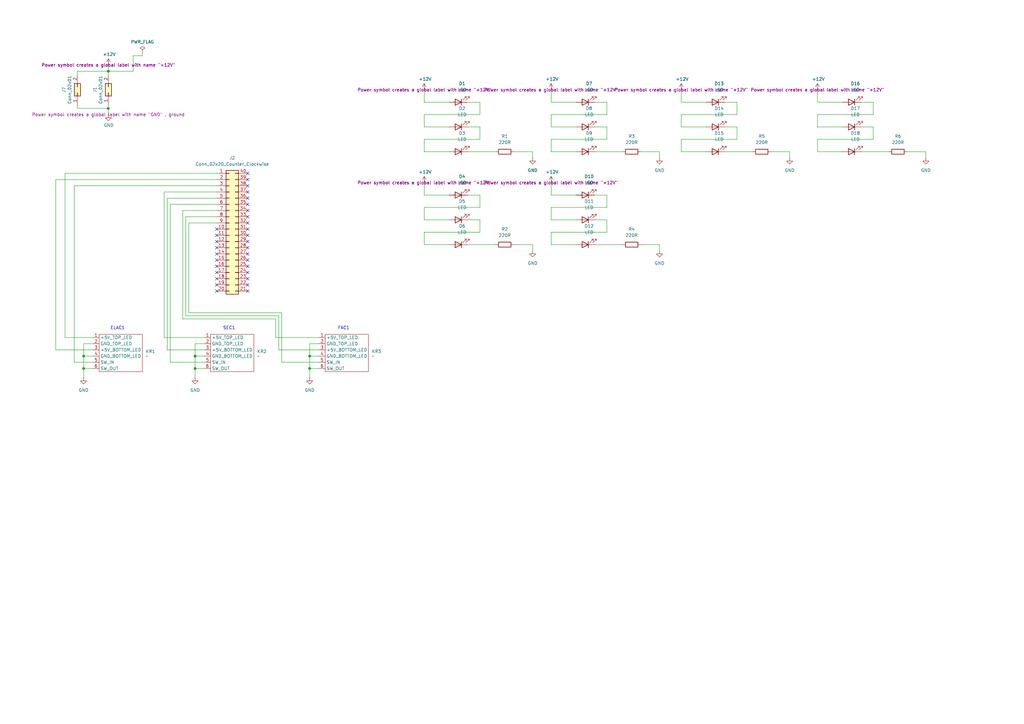
<source format=kicad_sch>
(kicad_sch (version 20250114) (generator "eeschema") (generator_version "9.0")
  (paper "A3")
  (lib_symbols
    (symbol "Connector_Generic:Conn_02x01" (pin_names (offset 1.016) (hide yes))
      (property "Reference" "J" (at 1.27 2.54 0))
      (property "Value" "Conn_02x01" (at 1.27 -2.54 0))
      (symbol "Conn_02x01_1_1"
        (rectangle (start -1.27 1.27) (end 3.81 -1.27) (stroke (width 0.254)) (fill (type background)))
        (rectangle (start -1.27 0.127) (end 0 -0.127) (stroke (width 0.1524)))
        (rectangle (start 3.81 0.127) (end 2.54 -0.127) (stroke (width 0.1524)))
        (pin passive line (at -5.08 0 0) (length 3.81) (name "Pin_1") (number "1"))
        (pin passive line (at 7.62 0 180) (length 3.81) (name "Pin_2") (number "2"))
      )
    )
    (symbol "Connector_Generic:Conn_02x20_Counter_Clockwise" (pin_names (offset 1.016) (hide yes))
      (property "Reference" "J" (at 1.27 25.4 0))
      (property "Value" "Conn_02x20_Counter_Clockwise" (at 1.27 -27.94 0))
      (symbol "Conn_02x20_Counter_Clockwise_1_1"
        (rectangle (start -1.27 24.13) (end 3.81 -26.67) (stroke (width 0.254)) (fill (type background)))
        (rectangle (start -1.27 22.987) (end 0 22.733) (stroke (width 0.1524)))
        (rectangle (start -1.27 20.447) (end 0 20.193) (stroke (width 0.1524)))
        (rectangle (start -1.27 17.907) (end 0 17.653) (stroke (width 0.1524)))
        (rectangle (start -1.27 15.367) (end 0 15.113) (stroke (width 0.1524)))
        (rectangle (start -1.27 12.827) (end 0 12.573) (stroke (width 0.1524)))
        (rectangle (start -1.27 10.287) (end 0 10.033) (stroke (width 0.1524)))
        (rectangle (start -1.27 7.747) (end 0 7.493) (stroke (width 0.1524)))
        (rectangle (start -1.27 5.207) (end 0 4.953) (stroke (width 0.1524)))
        (rectangle (start -1.27 2.667) (end 0 2.413) (stroke (width 0.1524)))
        (rectangle (start -1.27 0.127) (end 0 -0.127) (stroke (width 0.1524)))
        (rectangle (start -1.27 -2.413) (end 0 -2.667) (stroke (width 0.1524)))
        (rectangle (start -1.27 -4.953) (end 0 -5.207) (stroke (width 0.1524)))
        (rectangle (start -1.27 -7.493) (end 0 -7.747) (stroke (width 0.1524)))
        (rectangle (start -1.27 -10.033) (end 0 -10.287) (stroke (width 0.1524)))
        (rectangle (start -1.27 -12.573) (end 0 -12.827) (stroke (width 0.1524)))
        (rectangle (start -1.27 -15.113) (end 0 -15.367) (stroke (width 0.1524)))
        (rectangle (start -1.27 -17.653) (end 0 -17.907) (stroke (width 0.1524)))
        (rectangle (start -1.27 -20.193) (end 0 -20.447) (stroke (width 0.1524)))
        (rectangle (start -1.27 -22.733) (end 0 -22.987) (stroke (width 0.1524)))
        (rectangle (start -1.27 -25.273) (end 0 -25.527) (stroke (width 0.1524)))
        (rectangle (start 3.81 22.987) (end 2.54 22.733) (stroke (width 0.1524)))
        (rectangle (start 3.81 20.447) (end 2.54 20.193) (stroke (width 0.1524)))
        (rectangle (start 3.81 17.907) (end 2.54 17.653) (stroke (width 0.1524)))
        (rectangle (start 3.81 15.367) (end 2.54 15.113) (stroke (width 0.1524)))
        (rectangle (start 3.81 12.827) (end 2.54 12.573) (stroke (width 0.1524)))
        (rectangle (start 3.81 10.287) (end 2.54 10.033) (stroke (width 0.1524)))
        (rectangle (start 3.81 7.747) (end 2.54 7.493) (stroke (width 0.1524)))
        (rectangle (start 3.81 5.207) (end 2.54 4.953) (stroke (width 0.1524)))
        (rectangle (start 3.81 2.667) (end 2.54 2.413) (stroke (width 0.1524)))
        (rectangle (start 3.81 0.127) (end 2.54 -0.127) (stroke (width 0.1524)))
        (rectangle (start 3.81 -2.413) (end 2.54 -2.667) (stroke (width 0.1524)))
        (rectangle (start 3.81 -4.953) (end 2.54 -5.207) (stroke (width 0.1524)))
        (rectangle (start 3.81 -7.493) (end 2.54 -7.747) (stroke (width 0.1524)))
        (rectangle (start 3.81 -10.033) (end 2.54 -10.287) (stroke (width 0.1524)))
        (rectangle (start 3.81 -12.573) (end 2.54 -12.827) (stroke (width 0.1524)))
        (rectangle (start 3.81 -15.113) (end 2.54 -15.367) (stroke (width 0.1524)))
        (rectangle (start 3.81 -17.653) (end 2.54 -17.907) (stroke (width 0.1524)))
        (rectangle (start 3.81 -20.193) (end 2.54 -20.447) (stroke (width 0.1524)))
        (rectangle (start 3.81 -22.733) (end 2.54 -22.987) (stroke (width 0.1524)))
        (rectangle (start 3.81 -25.273) (end 2.54 -25.527) (stroke (width 0.1524)))
        (pin passive line (at -5.08 22.86 0) (length 3.81) (name "Pin_1") (number "1"))
        (pin passive line (at -5.08 20.32 0) (length 3.81) (name "Pin_2") (number "2"))
        (pin passive line (at -5.08 17.78 0) (length 3.81) (name "Pin_3") (number "3"))
        (pin passive line (at -5.08 15.24 0) (length 3.81) (name "Pin_4") (number "4"))
        (pin passive line (at -5.08 12.7 0) (length 3.81) (name "Pin_5") (number "5"))
        (pin passive line (at -5.08 10.16 0) (length 3.81) (name "Pin_6") (number "6"))
        (pin passive line (at -5.08 7.62 0) (length 3.81) (name "Pin_7") (number "7"))
        (pin passive line (at -5.08 5.08 0) (length 3.81) (name "Pin_8") (number "8"))
        (pin passive line (at -5.08 2.54 0) (length 3.81) (name "Pin_9") (number "9"))
        (pin passive line (at -5.08 0 0) (length 3.81) (name "Pin_10") (number "10"))
        (pin passive line (at -5.08 -2.54 0) (length 3.81) (name "Pin_11") (number "11"))
        (pin passive line (at -5.08 -5.08 0) (length 3.81) (name "Pin_12") (number "12"))
        (pin passive line (at -5.08 -7.62 0) (length 3.81) (name "Pin_13") (number "13"))
        (pin passive line (at -5.08 -10.16 0) (length 3.81) (name "Pin_14") (number "14"))
        (pin passive line (at -5.08 -12.7 0) (length 3.81) (name "Pin_15") (number "15"))
        (pin passive line (at -5.08 -15.24 0) (length 3.81) (name "Pin_16") (number "16"))
        (pin passive line (at -5.08 -17.78 0) (length 3.81) (name "Pin_17") (number "17"))
        (pin passive line (at -5.08 -20.32 0) (length 3.81) (name "Pin_18") (number "18"))
        (pin passive line (at -5.08 -22.86 0) (length 3.81) (name "Pin_19") (number "19"))
        (pin passive line (at -5.08 -25.4 0) (length 3.81) (name "Pin_20") (number "20"))
        (pin passive line (at 7.62 22.86 180) (length 3.81) (name "Pin_40") (number "40"))
        (pin passive line (at 7.62 20.32 180) (length 3.81) (name "Pin_39") (number "39"))
        (pin passive line (at 7.62 17.78 180) (length 3.81) (name "Pin_38") (number "38"))
        (pin passive line (at 7.62 15.24 180) (length 3.81) (name "Pin_37") (number "37"))
        (pin passive line (at 7.62 12.7 180) (length 3.81) (name "Pin_36") (number "36"))
        (pin passive line (at 7.62 10.16 180) (length 3.81) (name "Pin_35") (number "35"))
        (pin passive line (at 7.62 7.62 180) (length 3.81) (name "Pin_34") (number "34"))
        (pin passive line (at 7.62 5.08 180) (length 3.81) (name "Pin_33") (number "33"))
        (pin passive line (at 7.62 2.54 180) (length 3.81) (name "Pin_32") (number "32"))
        (pin passive line (at 7.62 0 180) (length 3.81) (name "Pin_31") (number "31"))
        (pin passive line (at 7.62 -2.54 180) (length 3.81) (name "Pin_30") (number "30"))
        (pin passive line (at 7.62 -5.08 180) (length 3.81) (name "Pin_29") (number "29"))
        (pin passive line (at 7.62 -7.62 180) (length 3.81) (name "Pin_28") (number "28"))
        (pin passive line (at 7.62 -10.16 180) (length 3.81) (name "Pin_27") (number "27"))
        (pin passive line (at 7.62 -12.7 180) (length 3.81) (name "Pin_26") (number "26"))
        (pin passive line (at 7.62 -15.24 180) (length 3.81) (name "Pin_25") (number "25"))
        (pin passive line (at 7.62 -17.78 180) (length 3.81) (name "Pin_24") (number "24"))
        (pin passive line (at 7.62 -20.32 180) (length 3.81) (name "Pin_23") (number "23"))
        (pin passive line (at 7.62 -22.86 180) (length 3.81) (name "Pin_22") (number "22"))
        (pin passive line (at 7.62 -25.4 180) (length 3.81) (name "Pin_21") (number "21"))
      )
    )
    (symbol "Device:LED" (pin_numbers (hide yes)) (pin_names (offset 1.016) (hide yes))
      (property "Reference" "D" (at 0 2.54 0))
      (property "Value" "LED" (at 0 -2.54 0))
      (symbol "LED_0_1"
        (polyline (pts (xy -3.048 -0.762) (xy -4.572 -2.286) (xy -3.81 -2.286) (xy -4.572 -2.286) (xy -4.572 -1.524)))
        (polyline (pts (xy -1.778 -0.762) (xy -3.302 -2.286) (xy -2.54 -2.286) (xy -3.302 -2.286) (xy -3.302 -1.524)))
        (polyline (pts (xy -1.27 0) (xy 1.27 0)))
        (polyline (pts (xy -1.27 -1.27) (xy -1.27 1.27)) (stroke (width 0.254)))
        (polyline (pts (xy 1.27 -1.27) (xy 1.27 1.27) (xy -1.27 0) (xy 1.27 -1.27)) (stroke (width 0.254)))
      )
      (symbol "LED_1_1"
        (pin passive line (at -3.81 0 0) (length 2.54) (name "K") (number "1"))
        (pin passive line (at 3.81 0 180) (length 2.54) (name "A") (number "2"))
      )
    )
    (symbol "Device:R" (pin_numbers (hide yes)) (pin_names (offset 0))
      (property "Reference" "R" (at 2.032 0 90))
      (property "Value" "R" (at 0 0 90))
      (symbol "R_0_1"
        (rectangle (start -1.016 -2.54) (end 1.016 2.54) (stroke (width 0.254)))
      )
      (symbol "R_1_1"
        (pin passive line (at 0 3.81 270) (length 1.27) (name "~") (number "1"))
        (pin passive line (at 0 -3.81 90) (length 1.27) (name "~") (number "2"))
      )
    )
    (symbol "KorrySwitch:Korry_Switch"
      (property "Reference" "KR" (at 12.7 -8.89 0))
      (symbol "Korry_Switch_0_1"
        (rectangle (start -7.62 -1.27) (end 10.16 -16.51))
      )
      (symbol "Korry_Switch_1_1"
        (pin input line (at -10.16 -2.54 0) (length 2.54) (name "+5V_TOP_LED") (number "1"))
        (pin input line (at -10.16 -5.08 0) (length 2.54) (name "GND_TOP_LED") (number "2"))
        (pin input line (at -10.16 -7.62 0) (length 2.54) (name "+5V_BOTTOM_LED") (number "3"))
        (pin input line (at -10.16 -10.16 0) (length 2.54) (name "GND_BOTTOM_LED") (number "4"))
        (pin input line (at -10.16 -12.7 0) (length 2.54) (name "SW_IN") (number "5"))
        (pin output line (at -10.16 -15.24 0) (length 2.54) (name "SW_OUT") (number "6"))
      )
    )
    (symbol "power:+12V" (power) (pin_numbers (hide yes)) (pin_names (offset 0) (hide yes))
      (property "Value" "+12V" (at 0 3.556 0))
      (symbol "+12V_0_1"
        (polyline (pts (xy -0.762 1.27) (xy 0 2.54)))
        (polyline (pts (xy 0 2.54) (xy 0.762 1.27)))
        (polyline (pts (xy 0 0) (xy 0 2.54)))
      )
      (symbol "+12V_1_1"
        (pin power_in line (at 0 0 90) (length 0) (name "~") (number "1"))
      )
    )
    (symbol "power:GND" (power) (pin_numbers (hide yes)) (pin_names (offset 0) (hide yes))
      (property "Value" "GND" (at 0 -3.81 0))
      (symbol "GND_0_1"
        (polyline (pts (xy 0 0) (xy 0 -1.27) (xy 1.27 -1.27) (xy 0 -2.54) (xy -1.27 -1.27) (xy 0 -1.27)))
      )
      (symbol "GND_1_1"
        (pin power_in line (at 0 0 270) (length 0) (name "~") (number "1"))
      )
    )
    (symbol "power:PWR_FLAG" (power) (pin_numbers (hide yes)) (pin_names (offset 0) (hide yes))
      (property "Value" "PWR_FLAG" (at 0 3.81 0))
      (symbol "PWR_FLAG_0_0"
        (pin power_out line (at 0 0 90) (length 0) (name "~") (number "1"))
      )
      (symbol "PWR_FLAG_0_1"
        (polyline (pts (xy 0 0) (xy 0 1.27) (xy -1.016 1.905) (xy 0 2.54) (xy 1.016 1.905) (xy 0 1.27)))
      )
    )
  )
  (text "SEC1" (at 93.98 134.62 0) (effects (font (size 1.27 1.27))))
  (text "ELAC1\n" (at 48.26 134.62 0) (effects (font (size 1.27 1.27))))
  (text "FAC1" (at 140.97 134.62 0) (effects (font (size 1.27 1.27))))
  (junction (at 34.29 146.05))
  (junction (at 127 146.05))
  (junction (at 34.29 151.13))
  (junction (at 80.01 146.05))
  (junction (at 44.45 44.45))
  (junction (at 44.45 29.21))
  (junction (at 80.01 151.13))
  (junction (at 127 151.13))
  (no_connect (at 88.9 119.38))
  (no_connect (at 101.6 83.82))
  (no_connect (at 88.9 101.6))
  (no_connect (at 101.6 111.76))
  (no_connect (at 88.9 106.68))
  (no_connect (at 101.6 91.44))
  (no_connect (at 101.6 73.66))
  (no_connect (at 101.6 81.28))
  (no_connect (at 88.9 111.76))
  (no_connect (at 88.9 99.06))
  (no_connect (at 101.6 86.36))
  (no_connect (at 88.9 116.84))
  (no_connect (at 101.6 76.2))
  (no_connect (at 101.6 96.52))
  (no_connect (at 88.9 109.22))
  (no_connect (at 101.6 93.98))
  (no_connect (at 88.9 96.52))
  (no_connect (at 101.6 116.84))
  (no_connect (at 101.6 88.9))
  (no_connect (at 101.6 114.3))
  (no_connect (at 101.6 78.74))
  (no_connect (at 88.9 114.3))
  (no_connect (at 101.6 71.12))
  (no_connect (at 101.6 109.22))
  (no_connect (at 101.6 106.68))
  (no_connect (at 88.9 104.14))
  (no_connect (at 101.6 119.38))
  (no_connect (at 88.9 93.98))
  (no_connect (at 101.6 101.6))
  (no_connect (at 101.6 104.14))
  (no_connect (at 101.6 99.06))
  (wire (pts (xy 68.58 143.51) (xy 68.58 81.28)))
  (wire (pts (xy 248.92 41.91) (xy 243.84 41.91)))
  (wire (pts (xy 31.75 30.48) (xy 31.75 29.21)))
  (wire (pts (xy 191.77 62.23) (xy 203.2 62.23)))
  (wire (pts (xy 34.29 151.13) (xy 38.1 151.13)))
  (wire (pts (xy 248.92 57.15) (xy 248.92 52.07)))
  (wire (pts (xy 248.92 85.09) (xy 248.92 80.01)))
  (wire (pts (xy 44.45 44.45) (xy 44.45 46.99)))
  (wire (pts (xy 243.84 62.23) (xy 255.27 62.23)))
  (wire (pts (xy 173.99 52.07) (xy 173.99 46.99)))
  (wire (pts (xy 34.29 140.97) (xy 38.1 140.97)))
  (wire (pts (xy 335.28 46.99) (xy 358.14 46.99)))
  (wire (pts (xy 80.01 140.97) (xy 83.82 140.97)))
  (wire (pts (xy 302.26 52.07) (xy 297.18 52.07)))
  (wire (pts (xy 173.99 41.91) (xy 184.15 41.91)))
  (wire (pts (xy 196.85 85.09) (xy 196.85 80.01)))
  (wire (pts (xy 74.93 86.36) (xy 88.9 86.36)))
  (wire (pts (xy 38.1 138.43) (xy 26.67 138.43)))
  (wire (pts (xy 196.85 46.99) (xy 196.85 41.91)))
  (wire (pts (xy 226.06 52.07) (xy 226.06 46.99)))
  (wire (pts (xy 236.22 100.33) (xy 226.06 100.33)))
  (wire (pts (xy 248.92 52.07) (xy 243.84 52.07)))
  (wire (pts (xy 279.4 62.23) (xy 279.4 57.15)))
  (wire (pts (xy 68.58 81.28) (xy 88.9 81.28)))
  (wire (pts (xy 113.03 130.81) (xy 74.93 130.81)))
  (wire (pts (xy 196.85 57.15) (xy 196.85 52.07)))
  (wire (pts (xy 236.22 90.17) (xy 226.06 90.17)))
  (wire (pts (xy 77.47 128.27) (xy 77.47 91.44)))
  (wire (pts (xy 358.14 41.91) (xy 353.06 41.91)))
  (wire (pts (xy 130.81 148.59) (xy 115.57 148.59)))
  (wire (pts (xy 236.22 62.23) (xy 226.06 62.23)))
  (wire (pts (xy 297.18 62.23) (xy 308.61 62.23)))
  (wire (pts (xy 83.82 148.59) (xy 69.85 148.59)))
  (wire (pts (xy 226.06 80.01) (xy 236.22 80.01)))
  (wire (pts (xy 115.57 128.27) (xy 77.47 128.27)))
  (wire (pts (xy 270.51 62.23) (xy 270.51 64.77)))
  (wire (pts (xy 379.73 62.23) (xy 379.73 64.77)))
  (wire (pts (xy 248.92 80.01) (xy 243.84 80.01)))
  (wire (pts (xy 76.2 88.9) (xy 88.9 88.9)))
  (wire (pts (xy 302.26 46.99) (xy 302.26 41.91)))
  (wire (pts (xy 184.15 62.23) (xy 173.99 62.23)))
  (wire (pts (xy 173.99 62.23) (xy 173.99 57.15)))
  (wire (pts (xy 226.06 36.83) (xy 226.06 41.91)))
  (wire (pts (xy 279.4 41.91) (xy 289.56 41.91)))
  (wire (pts (xy 196.85 52.07) (xy 191.77 52.07)))
  (wire (pts (xy 80.01 151.13) (xy 80.01 146.05)))
  (wire (pts (xy 196.85 80.01) (xy 191.77 80.01)))
  (wire (pts (xy 80.01 146.05) (xy 83.82 146.05)))
  (wire (pts (xy 173.99 100.33) (xy 173.99 95.25)))
  (wire (pts (xy 226.06 62.23) (xy 226.06 57.15)))
  (wire (pts (xy 44.45 29.21) (xy 44.45 30.48)))
  (wire (pts (xy 173.99 90.17) (xy 173.99 85.09)))
  (wire (pts (xy 323.85 62.23) (xy 323.85 64.77)))
  (wire (pts (xy 127 146.05) (xy 127 140.97)))
  (wire (pts (xy 279.4 57.15) (xy 302.26 57.15)))
  (wire (pts (xy 372.11 62.23) (xy 379.73 62.23)))
  (wire (pts (xy 127 154.94) (xy 127 151.13)))
  (wire (pts (xy 226.06 41.91) (xy 236.22 41.91)))
  (wire (pts (xy 44.45 26.67) (xy 44.45 29.21)))
  (wire (pts (xy 196.85 95.25) (xy 196.85 90.17)))
  (wire (pts (xy 67.31 78.74) (xy 88.9 78.74)))
  (wire (pts (xy 184.15 90.17) (xy 173.99 90.17)))
  (wire (pts (xy 196.85 90.17) (xy 191.77 90.17)))
  (wire (pts (xy 173.99 95.25) (xy 196.85 95.25)))
  (wire (pts (xy 44.45 43.18) (xy 44.45 44.45)))
  (wire (pts (xy 302.26 57.15) (xy 302.26 52.07)))
  (wire (pts (xy 270.51 100.33) (xy 270.51 102.87)))
  (wire (pts (xy 316.23 62.23) (xy 323.85 62.23)))
  (wire (pts (xy 358.14 57.15) (xy 358.14 52.07)))
  (wire (pts (xy 345.44 52.07) (xy 335.28 52.07)))
  (wire (pts (xy 30.48 148.59) (xy 30.48 76.2)))
  (wire (pts (xy 31.75 44.45) (xy 44.45 44.45)))
  (wire (pts (xy 226.06 85.09) (xy 248.92 85.09)))
  (wire (pts (xy 262.89 100.33) (xy 270.51 100.33)))
  (wire (pts (xy 345.44 62.23) (xy 335.28 62.23)))
  (wire (pts (xy 218.44 100.33) (xy 218.44 102.87)))
  (wire (pts (xy 335.28 36.83) (xy 335.28 41.91)))
  (wire (pts (xy 226.06 95.25) (xy 248.92 95.25)))
  (wire (pts (xy 80.01 151.13) (xy 83.82 151.13)))
  (wire (pts (xy 113.03 138.43) (xy 113.03 130.81)))
  (wire (pts (xy 34.29 146.05) (xy 34.29 140.97)))
  (wire (pts (xy 58.42 22.86) (xy 58.42 21.59)))
  (wire (pts (xy 69.85 148.59) (xy 69.85 83.82)))
  (wire (pts (xy 31.75 29.21) (xy 44.45 29.21)))
  (wire (pts (xy 173.99 36.83) (xy 173.99 41.91)))
  (wire (pts (xy 38.1 148.59) (xy 30.48 148.59)))
  (wire (pts (xy 69.85 83.82) (xy 88.9 83.82)))
  (wire (pts (xy 80.01 146.05) (xy 80.01 140.97)))
  (wire (pts (xy 184.15 100.33) (xy 173.99 100.33)))
  (wire (pts (xy 173.99 74.93) (xy 173.99 80.01)))
  (wire (pts (xy 289.56 62.23) (xy 279.4 62.23)))
  (wire (pts (xy 127 151.13) (xy 130.81 151.13)))
  (wire (pts (xy 191.77 100.33) (xy 203.2 100.33)))
  (wire (pts (xy 127 146.05) (xy 130.81 146.05)))
  (wire (pts (xy 302.26 41.91) (xy 297.18 41.91)))
  (wire (pts (xy 114.3 129.54) (xy 114.3 143.51)))
  (wire (pts (xy 210.82 62.23) (xy 218.44 62.23)))
  (wire (pts (xy 22.86 143.51) (xy 22.86 73.66)))
  (wire (pts (xy 83.82 138.43) (xy 67.31 138.43)))
  (wire (pts (xy 22.86 73.66) (xy 88.9 73.66)))
  (wire (pts (xy 30.48 76.2) (xy 88.9 76.2)))
  (wire (pts (xy 34.29 151.13) (xy 34.29 146.05)))
  (wire (pts (xy 210.82 100.33) (xy 218.44 100.33)))
  (wire (pts (xy 173.99 57.15) (xy 196.85 57.15)))
  (wire (pts (xy 44.45 29.21) (xy 54.61 29.21)))
  (wire (pts (xy 83.82 143.51) (xy 68.58 143.51)))
  (wire (pts (xy 279.4 36.83) (xy 279.4 41.91)))
  (wire (pts (xy 67.31 138.43) (xy 67.31 78.74)))
  (wire (pts (xy 226.06 46.99) (xy 248.92 46.99)))
  (wire (pts (xy 34.29 154.94) (xy 34.29 151.13)))
  (wire (pts (xy 74.93 130.81) (xy 74.93 86.36)))
  (wire (pts (xy 226.06 74.93) (xy 226.06 80.01)))
  (wire (pts (xy 31.75 43.18) (xy 31.75 44.45)))
  (wire (pts (xy 173.99 46.99) (xy 196.85 46.99)))
  (wire (pts (xy 248.92 95.25) (xy 248.92 90.17)))
  (wire (pts (xy 173.99 85.09) (xy 196.85 85.09)))
  (wire (pts (xy 335.28 62.23) (xy 335.28 57.15)))
  (wire (pts (xy 114.3 143.51) (xy 130.81 143.51)))
  (wire (pts (xy 226.06 57.15) (xy 248.92 57.15)))
  (wire (pts (xy 279.4 52.07) (xy 279.4 46.99)))
  (wire (pts (xy 34.29 146.05) (xy 38.1 146.05)))
  (wire (pts (xy 77.47 91.44) (xy 88.9 91.44)))
  (wire (pts (xy 243.84 100.33) (xy 255.27 100.33)))
  (wire (pts (xy 54.61 22.86) (xy 58.42 22.86)))
  (wire (pts (xy 226.06 90.17) (xy 226.06 85.09)))
  (wire (pts (xy 80.01 154.94) (xy 80.01 151.13)))
  (wire (pts (xy 335.28 57.15) (xy 358.14 57.15)))
  (wire (pts (xy 76.2 129.54) (xy 114.3 129.54)))
  (wire (pts (xy 218.44 62.23) (xy 218.44 64.77)))
  (wire (pts (xy 127 151.13) (xy 127 146.05)))
  (wire (pts (xy 127 140.97) (xy 130.81 140.97)))
  (wire (pts (xy 184.15 52.07) (xy 173.99 52.07)))
  (wire (pts (xy 248.92 90.17) (xy 243.84 90.17)))
  (wire (pts (xy 248.92 46.99) (xy 248.92 41.91)))
  (wire (pts (xy 236.22 52.07) (xy 226.06 52.07)))
  (wire (pts (xy 335.28 52.07) (xy 335.28 46.99)))
  (wire (pts (xy 279.4 46.99) (xy 302.26 46.99)))
  (wire (pts (xy 358.14 52.07) (xy 353.06 52.07)))
  (wire (pts (xy 173.99 80.01) (xy 184.15 80.01)))
  (wire (pts (xy 26.67 71.12) (xy 88.9 71.12)))
  (wire (pts (xy 262.89 62.23) (xy 270.51 62.23)))
  (wire (pts (xy 196.85 41.91) (xy 191.77 41.91)))
  (wire (pts (xy 130.81 138.43) (xy 113.03 138.43)))
  (wire (pts (xy 38.1 143.51) (xy 22.86 143.51)))
  (wire (pts (xy 26.67 138.43) (xy 26.67 71.12)))
  (wire (pts (xy 335.28 41.91) (xy 345.44 41.91)))
  (wire (pts (xy 353.06 62.23) (xy 364.49 62.23)))
  (wire (pts (xy 76.2 88.9) (xy 76.2 129.54)))
  (wire (pts (xy 115.57 148.59) (xy 115.57 128.27)))
  (wire (pts (xy 358.14 46.99) (xy 358.14 41.91)))
  (wire (pts (xy 54.61 29.21) (xy 54.61 22.86)))
  (wire (pts (xy 289.56 52.07) (xy 279.4 52.07)))
  (wire (pts (xy 226.06 100.33) (xy 226.06 95.25)))
  (symbol (lib_id "Connector_Generic:Conn_02x01") (at 44.45 38.1 90) (unit 1)
    (property "Reference" "J1" (at 38.9382 36.83 0))
    (property "Value" "Conn_02x01" (at 41.2496 36.83 0))
    (property "Footprint" "TerminalBlock:TerminalBlock_bornier-2_P5.08mm" (effects (hide yes)))
    (property "Description" "Generic connector, double row, 02x01, this symbol is compatible with counter-clockwise, top-bottom and odd-even numbering schemes., script generated (kicad-library-utils/schlib/autogen/connector/)" (effects (hide yes)))
  )
  (symbol (lib_id "power:GND") (at 44.45 46.99 0) (unit 1)
    (property "Reference" "#PWR03" (effects (hide yes)))
    (property "Value" "GND" (at 44.577 51.3842 0))
    (property "Description" "Power symbol creates a global label with name \"GND\" , ground" (at 44.45 46.99 0))
  )
  (symbol (lib_id "power:+12V") (at 44.45 26.67 0) (unit 1)
    (property "Reference" "#PWR02" (effects (hide yes)))
    (property "Value" "+12V" (at 44.831 22.2758 0))
    (property "Description" "Power symbol creates a global label with name \"+12V\"" (at 44.45 26.67 0))
  )
  (symbol (lib_id "power:PWR_FLAG") (at 58.42 21.59 0) (unit 1)
    (property "Reference" "#FLG01" (effects (hide yes)))
    (property "Value" "PWR_FLAG" (at 58.42 17.1958 0))
  )
  (symbol (lib_id "power:+12V") (at 226.06 36.83 0) (unit 1)
    (property "Reference" "#PWR010" (effects (hide yes)))
    (property "Value" "+12V" (at 226.441 32.4358 0))
    (property "Description" "Power symbol creates a global label with name \"+12V\"" (at 226.06 36.83 0))
  )
  (symbol (lib_id "Device:LED") (at 187.96 90.17 180) (unit 1)
    (property "Reference" "D5" (at 189.5475 82.55 0))
    (property "Value" "LED" (at 189.5475 85.09 0))
    (property "Footprint" "OpenA3XX:LED_Everlight-SMD3528_3.5x2.8mm_67-21ST" (effects (hide yes)))
    (property "Description" "Light emitting diode" (effects (hide yes)))
    (property "Sim.Pins" "1=K 2=A" (effects (hide yes)))
  )
  (symbol (lib_id "Device:LED") (at 349.25 62.23 180) (unit 1)
    (property "Reference" "D18" (at 350.8375 54.61 0))
    (property "Value" "LED" (at 350.8375 57.15 0))
    (property "Footprint" "OpenA3XX:LED_Everlight-SMD3528_3.5x2.8mm_67-21ST" (effects (hide yes)))
    (property "Description" "Light emitting diode" (effects (hide yes)))
    (property "Sim.Pins" "1=K 2=A" (effects (hide yes)))
  )
  (symbol (lib_id "Device:LED") (at 187.96 100.33 180) (unit 1)
    (property "Reference" "D6" (at 189.5475 92.71 0))
    (property "Value" "LED" (at 189.5475 95.25 0))
    (property "Footprint" "OpenA3XX:LED_Everlight-SMD3528_3.5x2.8mm_67-21ST" (effects (hide yes)))
    (property "Description" "Light emitting diode" (effects (hide yes)))
    (property "Sim.Pins" "1=K 2=A" (effects (hide yes)))
  )
  (symbol (lib_id "Device:LED") (at 293.37 52.07 180) (unit 1)
    (property "Reference" "D14" (at 294.9575 44.45 0))
    (property "Value" "LED" (at 294.9575 46.99 0))
    (property "Footprint" "OpenA3XX:LED_Everlight-SMD3528_3.5x2.8mm_67-21ST" (effects (hide yes)))
    (property "Description" "Light emitting diode" (effects (hide yes)))
    (property "Sim.Pins" "1=K 2=A" (effects (hide yes)))
  )
  (symbol (lib_id "Device:R") (at 207.01 62.23 90) (unit 1)
    (property "Reference" "R1" (at 207.01 55.88 90))
    (property "Value" "220R" (at 207.01 58.42 90))
    (property "Footprint" "Resistor_SMD:R_1206_3216Metric_Pad1.30x1.75mm_HandSolder" (effects (hide yes)))
    (property "Description" "Resistor" (effects (hide yes)))
  )
  (symbol (lib_id "Device:LED") (at 349.25 52.07 180) (unit 1)
    (property "Reference" "D17" (at 350.8375 44.45 0))
    (property "Value" "LED" (at 350.8375 46.99 0))
    (property "Footprint" "OpenA3XX:LED_Everlight-SMD3528_3.5x2.8mm_67-21ST" (effects (hide yes)))
    (property "Description" "Light emitting diode" (effects (hide yes)))
    (property "Sim.Pins" "1=K 2=A" (effects (hide yes)))
  )
  (symbol (lib_id "power:+12V") (at 335.28 36.83 0) (unit 1)
    (property "Reference" "#PWR016" (effects (hide yes)))
    (property "Value" "+12V" (at 335.661 32.4358 0))
    (property "Description" "Power symbol creates a global label with name \"+12V\"" (at 335.28 36.83 0))
  )
  (symbol (lib_id "power:GND") (at 127 154.94 0) (unit 1)
    (property "Reference" "#PWR05" (effects (hide yes)))
    (property "Value" "GND" (at 127 160.02 0))
    (property "Description" "Power symbol creates a global label with name \"GND\" , ground" (effects (hide yes)))
  )
  (symbol (lib_id "Device:LED") (at 293.37 62.23 180) (unit 1)
    (property "Reference" "D15" (at 294.9575 54.61 0))
    (property "Value" "LED" (at 294.9575 57.15 0))
    (property "Footprint" "OpenA3XX:LED_Everlight-SMD3528_3.5x2.8mm_67-21ST" (effects (hide yes)))
    (property "Description" "Light emitting diode" (effects (hide yes)))
    (property "Sim.Pins" "1=K 2=A" (effects (hide yes)))
  )
  (symbol (lib_id "Device:LED") (at 240.03 41.91 180) (unit 1)
    (property "Reference" "D7" (at 241.6175 34.29 0))
    (property "Value" "LED" (at 241.6175 36.83 0))
    (property "Footprint" "OpenA3XX:LED_Everlight-SMD3528_3.5x2.8mm_67-21ST" (effects (hide yes)))
    (property "Description" "Light emitting diode" (effects (hide yes)))
    (property "Sim.Pins" "1=K 2=A" (effects (hide yes)))
  )
  (symbol (lib_id "power:GND") (at 218.44 102.87 0) (unit 1)
    (property "Reference" "#PWR09" (effects (hide yes)))
    (property "Value" "GND" (at 218.44 107.95 0))
    (property "Description" "Power symbol creates a global label with name \"GND\" , ground" (effects (hide yes)))
  )
  (symbol (lib_id "Device:R") (at 368.3 62.23 90) (unit 1)
    (property "Reference" "R6" (at 368.3 55.88 90))
    (property "Value" "220R" (at 368.3 58.42 90))
    (property "Footprint" "Resistor_SMD:R_1206_3216Metric_Pad1.30x1.75mm_HandSolder" (effects (hide yes)))
    (property "Description" "Resistor" (effects (hide yes)))
  )
  (symbol (lib_id "power:+12V") (at 279.4 36.83 0) (unit 1)
    (property "Reference" "#PWR014" (effects (hide yes)))
    (property "Value" "+12V" (at 279.781 32.4358 0))
    (property "Description" "Power symbol creates a global label with name \"+12V\"" (at 279.4 36.83 0))
  )
  (symbol (lib_id "Device:R") (at 207.01 100.33 90) (unit 1)
    (property "Reference" "R2" (at 207.01 93.98 90))
    (property "Value" "220R" (at 207.01 96.52 90))
    (property "Footprint" "Resistor_SMD:R_1206_3216Metric_Pad1.30x1.75mm_HandSolder" (effects (hide yes)))
    (property "Description" "Resistor" (effects (hide yes)))
  )
  (symbol (lib_id "power:+12V") (at 226.06 74.93 0) (unit 1)
    (property "Reference" "#PWR011" (effects (hide yes)))
    (property "Value" "+12V" (at 226.441 70.5358 0))
    (property "Description" "Power symbol creates a global label with name \"+12V\"" (at 226.06 74.93 0))
  )
  (symbol (lib_id "power:+12V") (at 173.99 36.83 0) (unit 1)
    (property "Reference" "#PWR06" (effects (hide yes)))
    (property "Value" "+12V" (at 174.371 32.4358 0))
    (property "Description" "Power symbol creates a global label with name \"+12V\"" (at 173.99 36.83 0))
  )
  (symbol (lib_id "Device:LED") (at 240.03 62.23 180) (unit 1)
    (property "Reference" "D9" (at 241.6175 54.61 0))
    (property "Value" "LED" (at 241.6175 57.15 0))
    (property "Footprint" "OpenA3XX:LED_Everlight-SMD3528_3.5x2.8mm_67-21ST" (effects (hide yes)))
    (property "Description" "Light emitting diode" (effects (hide yes)))
    (property "Sim.Pins" "1=K 2=A" (effects (hide yes)))
  )
  (symbol (lib_id "power:GND") (at 218.44 64.77 0) (unit 1)
    (property "Reference" "#PWR08" (effects (hide yes)))
    (property "Value" "GND" (at 218.44 69.85 0))
    (property "Description" "Power symbol creates a global label with name \"GND\" , ground" (effects (hide yes)))
  )
  (symbol (lib_id "power:GND") (at 80.01 154.94 0) (unit 1)
    (property "Reference" "#PWR04" (effects (hide yes)))
    (property "Value" "GND" (at 80.01 160.02 0))
    (property "Description" "Power symbol creates a global label with name \"GND\" , ground" (effects (hide yes)))
  )
  (symbol (lib_id "Device:R") (at 312.42 62.23 90) (unit 1)
    (property "Reference" "R5" (at 312.42 55.88 90))
    (property "Value" "220R" (at 312.42 58.42 90))
    (property "Footprint" "Resistor_SMD:R_1206_3216Metric_Pad1.30x1.75mm_HandSolder" (effects (hide yes)))
    (property "Description" "Resistor" (effects (hide yes)))
  )
  (symbol (lib_id "power:+12V") (at 173.99 74.93 0) (unit 1)
    (property "Reference" "#PWR07" (effects (hide yes)))
    (property "Value" "+12V" (at 174.371 70.5358 0))
    (property "Description" "Power symbol creates a global label with name \"+12V\"" (at 173.99 74.93 0))
  )
  (symbol (lib_id "Connector_Generic:Conn_02x20_Counter_Clockwise") (at 93.98 93.98 0) (unit 1)
    (property "Reference" "J2" (at 95.25 64.77 0))
    (property "Value" "Conn_02x20_Counter_Clockwise" (at 95.25 67.31 0))
    (property "Footprint" "Connector_PinHeader_2.54mm:PinHeader_2x20_P2.54mm_Vertical" (effects (hide yes)))
    (property "Description" "Generic connector, double row, 02x20, counter clockwise pin numbering scheme (similar to DIP package numbering), script generated (kicad-library-utils/schlib/autogen/connector/)" (effects (hide yes)))
  )
  (symbol (lib_id "Device:LED") (at 349.25 41.91 180) (unit 1)
    (property "Reference" "D16" (at 350.8375 34.29 0))
    (property "Value" "LED" (at 350.8375 36.83 0))
    (property "Footprint" "OpenA3XX:LED_Everlight-SMD3528_3.5x2.8mm_67-21ST" (effects (hide yes)))
    (property "Description" "Light emitting diode" (effects (hide yes)))
    (property "Sim.Pins" "1=K 2=A" (effects (hide yes)))
  )
  (symbol (lib_id "power:GND") (at 34.29 154.94 0) (unit 1)
    (property "Reference" "#PWR01" (effects (hide yes)))
    (property "Value" "GND" (at 34.29 160.02 0))
    (property "Description" "Power symbol creates a global label with name \"GND\" , ground" (effects (hide yes)))
  )
  (symbol (lib_id "Device:LED") (at 293.37 41.91 180) (unit 1)
    (property "Reference" "D13" (at 294.9575 34.29 0))
    (property "Value" "LED" (at 294.9575 36.83 0))
    (property "Footprint" "OpenA3XX:LED_Everlight-SMD3528_3.5x2.8mm_67-21ST" (effects (hide yes)))
    (property "Description" "Light emitting diode" (effects (hide yes)))
    (property "Sim.Pins" "1=K 2=A" (effects (hide yes)))
  )
  (symbol (lib_id "Connector_Generic:Conn_02x01") (at 31.75 38.1 90) (unit 1)
    (property "Reference" "J7" (at 26.2382 36.83 0))
    (property "Value" "Conn_02x01" (at 28.5496 36.83 0))
    (property "Footprint" "TerminalBlock:TerminalBlock_bornier-2_P5.08mm" (effects (hide yes)))
    (property "Description" "Generic connector, double row, 02x01, this symbol is compatible with counter-clockwise, top-bottom and odd-even numbering schemes., script generated (kicad-library-utils/schlib/autogen/connector/)" (effects (hide yes)))
  )
  (symbol (lib_id "Device:R") (at 259.08 100.33 90) (unit 1)
    (property "Reference" "R4" (at 259.08 93.98 90))
    (property "Value" "220R" (at 259.08 96.52 90))
    (property "Footprint" "Resistor_SMD:R_1206_3216Metric_Pad1.30x1.75mm_HandSolder" (effects (hide yes)))
    (property "Description" "Resistor" (effects (hide yes)))
  )
  (symbol (lib_id "Device:LED") (at 187.96 41.91 180) (unit 1)
    (property "Reference" "D1" (at 189.5475 34.29 0))
    (property "Value" "LED" (at 189.5475 36.83 0))
    (property "Footprint" "OpenA3XX:LED_Everlight-SMD3528_3.5x2.8mm_67-21ST" (effects (hide yes)))
    (property "Description" "Light emitting diode" (effects (hide yes)))
    (property "Sim.Pins" "1=K 2=A" (effects (hide yes)))
  )
  (symbol (lib_id "Device:LED") (at 187.96 52.07 180) (unit 1)
    (property "Reference" "D2" (at 189.5475 44.45 0))
    (property "Value" "LED" (at 189.5475 46.99 0))
    (property "Footprint" "OpenA3XX:LED_Everlight-SMD3528_3.5x2.8mm_67-21ST" (effects (hide yes)))
    (property "Description" "Light emitting diode" (effects (hide yes)))
    (property "Sim.Pins" "1=K 2=A" (effects (hide yes)))
  )
  (symbol (lib_id "KorrySwitch:Korry_Switch") (at 93.98 135.89 0) (unit 1)
    (property "Reference" "KR2" (at 105.41 144.1449 0) (effects (justify left)))
    (property "Value" "~" (at 105.41 146.05 0) (effects (justify left)))
    (property "Footprint" "OpenA3XX:Korry Switch" (effects (hide yes)))
  )
  (symbol (lib_id "Device:LED") (at 187.96 80.01 180) (unit 1)
    (property "Reference" "D4" (at 189.5475 72.39 0))
    (property "Value" "LED" (at 189.5475 74.93 0))
    (property "Footprint" "OpenA3XX:LED_Everlight-SMD3528_3.5x2.8mm_67-21ST" (effects (hide yes)))
    (property "Description" "Light emitting diode" (effects (hide yes)))
    (property "Sim.Pins" "1=K 2=A" (effects (hide yes)))
  )
  (symbol (lib_id "Device:LED") (at 240.03 90.17 180) (unit 1)
    (property "Reference" "D11" (at 241.6175 82.55 0))
    (property "Value" "LED" (at 241.6175 85.09 0))
    (property "Footprint" "OpenA3XX:LED_Everlight-SMD3528_3.5x2.8mm_67-21ST" (effects (hide yes)))
    (property "Description" "Light emitting diode" (effects (hide yes)))
    (property "Sim.Pins" "1=K 2=A" (effects (hide yes)))
  )
  (symbol (lib_id "Device:LED") (at 240.03 100.33 180) (unit 1)
    (property "Reference" "D12" (at 241.6175 92.71 0))
    (property "Value" "LED" (at 241.6175 95.25 0))
    (property "Footprint" "OpenA3XX:LED_Everlight-SMD3528_3.5x2.8mm_67-21ST" (effects (hide yes)))
    (property "Description" "Light emitting diode" (effects (hide yes)))
    (property "Sim.Pins" "1=K 2=A" (effects (hide yes)))
  )
  (symbol (lib_id "Device:LED") (at 240.03 80.01 180) (unit 1)
    (property "Reference" "D10" (at 241.6175 72.39 0))
    (property "Value" "LED" (at 241.6175 74.93 0))
    (property "Footprint" "OpenA3XX:LED_Everlight-SMD3528_3.5x2.8mm_67-21ST" (effects (hide yes)))
    (property "Description" "Light emitting diode" (effects (hide yes)))
    (property "Sim.Pins" "1=K 2=A" (effects (hide yes)))
  )
  (symbol (lib_id "power:GND") (at 270.51 102.87 0) (unit 1)
    (property "Reference" "#PWR013" (effects (hide yes)))
    (property "Value" "GND" (at 270.51 107.95 0))
    (property "Description" "Power symbol creates a global label with name \"GND\" , ground" (effects (hide yes)))
  )
  (symbol (lib_id "power:GND") (at 270.51 64.77 0) (unit 1)
    (property "Reference" "#PWR012" (effects (hide yes)))
    (property "Value" "GND" (at 270.51 69.85 0))
    (property "Description" "Power symbol creates a global label with name \"GND\" , ground" (effects (hide yes)))
  )
  (symbol (lib_id "power:GND") (at 379.73 64.77 0) (unit 1)
    (property "Reference" "#PWR017" (effects (hide yes)))
    (property "Value" "GND" (at 379.73 69.85 0))
    (property "Description" "Power symbol creates a global label with name \"GND\" , ground" (effects (hide yes)))
  )
  (symbol (lib_id "KorrySwitch:Korry_Switch") (at 48.26 135.89 0) (unit 1)
    (property "Reference" "KR1" (at 59.69 144.1449 0) (effects (justify left)))
    (property "Value" "~" (at 59.69 146.05 0) (effects (justify left)))
    (property "Footprint" "OpenA3XX:Korry Switch" (effects (hide yes)))
  )
  (symbol (lib_id "Device:R") (at 259.08 62.23 90) (unit 1)
    (property "Reference" "R3" (at 259.08 55.88 90))
    (property "Value" "220R" (at 259.08 58.42 90))
    (property "Footprint" "Resistor_SMD:R_1206_3216Metric_Pad1.30x1.75mm_HandSolder" (effects (hide yes)))
    (property "Description" "Resistor" (effects (hide yes)))
  )
  (symbol (lib_id "KorrySwitch:Korry_Switch") (at 140.97 135.89 0) (unit 1)
    (property "Reference" "KR3" (at 152.4 144.1449 0) (effects (justify left)))
    (property "Value" "~" (at 152.4 146.05 0) (effects (justify left)))
    (property "Footprint" "OpenA3XX:Korry Switch" (effects (hide yes)))
  )
  (symbol (lib_id "Device:LED") (at 187.96 62.23 180) (unit 1)
    (property "Reference" "D3" (at 189.5475 54.61 0))
    (property "Value" "LED" (at 189.5475 57.15 0))
    (property "Footprint" "OpenA3XX:LED_Everlight-SMD3528_3.5x2.8mm_67-21ST" (effects (hide yes)))
    (property "Description" "Light emitting diode" (effects (hide yes)))
    (property "Sim.Pins" "1=K 2=A" (effects (hide yes)))
  )
  (symbol (lib_id "power:GND") (at 323.85 64.77 0) (unit 1)
    (property "Reference" "#PWR015" (effects (hide yes)))
    (property "Value" "GND" (at 323.85 69.85 0))
    (property "Description" "Power symbol creates a global label with name \"GND\" , ground" (effects (hide yes)))
  )
  (symbol (lib_id "Device:LED") (at 240.03 52.07 180) (unit 1)
    (property "Reference" "D8" (at 241.6175 44.45 0))
    (property "Value" "LED" (at 241.6175 46.99 0))
    (property "Footprint" "OpenA3XX:LED_Everlight-SMD3528_3.5x2.8mm_67-21ST" (effects (hide yes)))
    (property "Description" "Light emitting diode" (effects (hide yes)))
    (property "Sim.Pins" "1=K 2=A" (effects (hide yes)))
  )
)
</source>
